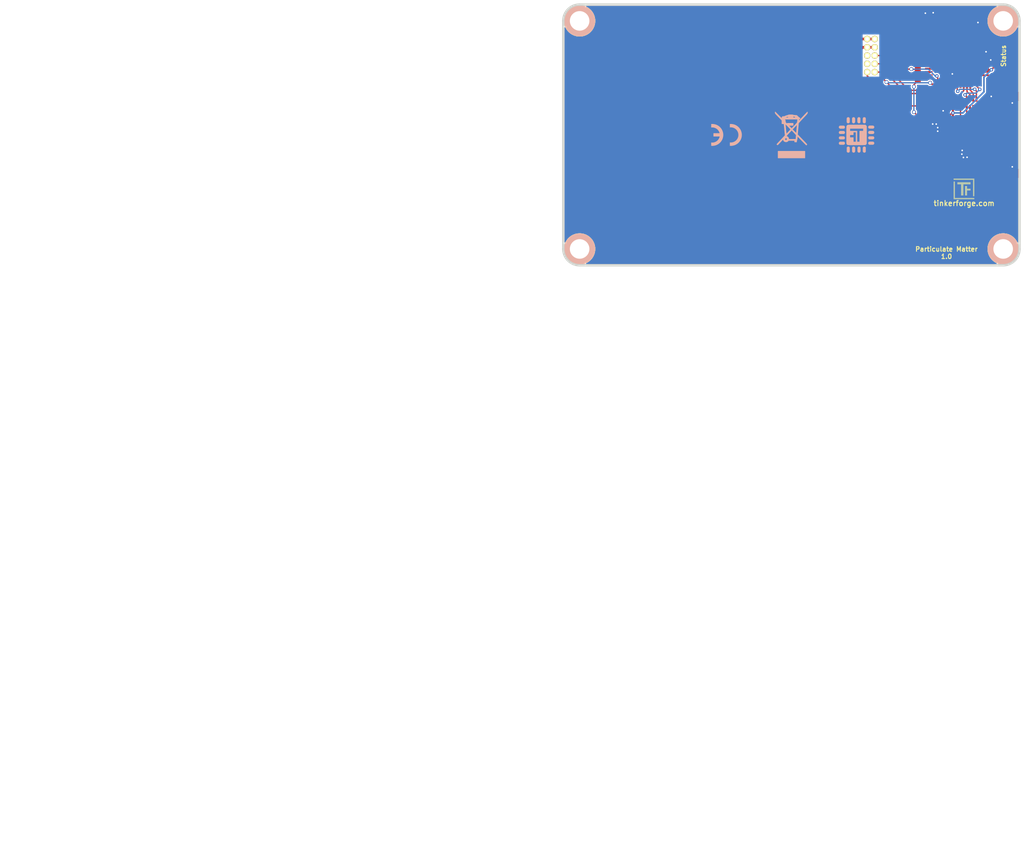
<source format=kicad_pcb>
(kicad_pcb (version 20221018) (generator pcbnew)
  (title_block (title "Particulate Matter Bricklet") (date "2018-01-09") (rev "1.0") (company "Tinkerforge GmbH") (comment 1 "Licensed under CERN OHL v.1.1") (comment 2 "Copyright (©) 2018, L.Lauer <lukas@tinkerforge.com>"))
  (layers (0 "F.Cu" signal) (31 "B.Cu" signal) (34 "B.Paste" user) (35 "F.Paste" user) (36 "B.SilkS" user "B.Silkscreen") (37 "F.SilkS" user "F.Silkscreen") (38 "B.Mask" user) (39 "F.Mask" user) (44 "Edge.Cuts" user))
  (net 0 "")
  (net 1 "GND")
  (net 2 "VCC")
  (net 3 "Net-(C7-Pad1)")
  (net 4 "Net-(C8-Pad1)")
  (net 5 "Net-(C9-Pad1)")
  (net 6 "+5V")
  (net 7 "Net-(D3-Pad2)")
  (net 8 "Net-(P1-Pad4)")
  (net 9 "Net-(P1-Pad5)")
  (net 10 "Net-(P1-Pad6)")
  (net 11 "Net-(P2-Pad2)")
  (net 12 "Net-(R1-Pad1)")
  (net 13 "PMS_SET")
  (net 14 "PMS_RESET")
  (net 15 "S-MISO")
  (net 16 "S-MOSI")
  (net 17 "S-CLK")
  (net 18 "S-CS")
  (net 19 "Net-(U1-Pad3)")
  (net 20 "Net-(U1-Pad4)")
  (net 21 "Net-(U1-Pad5)")
  (net 22 "Net-(U1-Pad6)")
  (net 23 "Net-(U1-Pad7)")
  (net 24 "Net-(U1-Pad8)")
  (net 25 "Net-(U1-Pad9)")
  (net 26 "Net-(U1-Pad10)")
  (net 27 "Net-(U1-Pad11)")
  (net 28 "Net-(U1-Pad12)")
  (net 29 "PMS_TX")
  (net 30 "PMS_RX")
  (net 31 "Net-(U1-Pad21)")
  (net 32 "Net-(U1-Pad28)")
  (net 33 "Net-(U1-Pad29)")
  (net 34 "Net-(U1-Pad30)")
  (net 35 "Net-(U1-Pad31)")
  (net 36 "Net-(U1-Pad32)")
  (net 37 "Net-(U1-Pad33)")
  (net 38 "Net-(U1-Pad34)")
  (net 39 "Net-(U1-Pad35)")
  (net 40 "Net-(U1-Pad36)")
  (net 41 "Net-(U1-Pad39)")
  (net 42 "Net-(U1-Pad40)")
  (net 43 "Net-(U1-Pad43)")
  (net 44 "Net-(U1-Pad44)")
  (net 45 "Net-(U1-Pad45)")
  (net 46 "Net-(U1-Pad46)")
  (net 47 "Net-(U1-Pad47)")
  (net 48 "Net-(U6-Pad6)")
  (net 49 "Net-(U6-Pad8)")
  (net 50 "Net-(U1-Pad48)")
  (net 51 "Net-(P3-Pad1)")
  (net 52 "Net-(RP2-Pad1)")
  (net 53 "Net-(RP2-Pad4)")
  (net 54 "Net-(RP2-Pad5)")
  (net 55 "Net-(RP2-Pad8)")
  (net 56 "Net-(U1-Pad2)")
  (net 57 "Net-(RP2-Pad6)")
  (net 58 "Net-(RP2-Pad7)")
  (footprint "kicad-libraries:SolderJumper" (layer "F.Cu") (at 155.37 66.54 -90)
    (fp_text reference "P2")
    (fp_text value "BOOT")
    (pad "1" smd rect (at -0.5 0 270) (size 0.4 1.4) (layers "F.Cu" "F.Mask") (net 1 "GND"))
    (pad "1" smd rect (at -0.225 -0.55 270) (size 0.95 0.3) (layers "F.Cu" "F.Mask") (net 1 "GND"))
    (pad "1" smd rect (at -0.225 0.55 270) (size 0.95 0.3) (layers "F.Cu" "F.Mask") (net 1 "GND"))
    (pad "2" smd rect (at 0.15 0 270) (size 0.6 0.5) (layers "F.Cu" "F.Mask") (net 11 "Net-(P2-Pad2)"))
    (pad "2" smd rect (at 0.55 0 270) (size 0.3 1.4) (layers "F.Cu" "F.Mask") (net 11 "Net-(P2-Pad2)"))
  )
  (footprint "kicad-libraries:QFN48-EP2" (layer "F.Cu") (at 160.5 73.6 -90)
    (fp_text reference "U1")
    (fp_text value "XMC1404")
    (pad "1" smd rect (at -2.74828 3.61188 90) (size 0.29972 1.14808) (layers "F.Cu" "F.Paste" "F.Mask") (net 11 "Net-(P2-Pad2)"))
    (pad "2" smd rect (at -2.2479 3.61188 90) (size 0.29972 1.14808) (layers "F.Cu" "F.Paste" "F.Mask") (net 56 "Net-(U1-Pad2)"))
    (pad "3" smd rect (at -1.74752 3.61188 90) (size 0.29972 1.14808) (layers "F.Cu" "F.Paste" "F.Mask") (net 19 "Net-(U1-Pad3)"))
    (pad "4" smd rect (at -1.24968 3.61188 90) (size 0.29972 1.14808) (layers "F.Cu" "F.Paste" "F.Mask") (net 20 "Net-(U1-Pad4)"))
    (pad "5" smd rect (at -0.7493 3.61188 90) (size 0.29972 1.14808) (layers "F.Cu" "F.Paste" "F.Mask") (net 21 "Net-(U1-Pad5)"))
    (pad "6" smd rect (at -0.24892 3.61188 90) (size 0.29972 1.14808) (layers "F.Cu" "F.Paste" "F.Mask") (net 22 "Net-(U1-Pad6)"))
    (pad "7" smd rect (at 0.24892 3.61188 90) (size 0.29972 1.14808) (layers "F.Cu" "F.Paste" "F.Mask") (net 23 "Net-(U1-Pad7)"))
    (pad "8" smd rect (at 0.7493 3.61188 90) (size 0.29972 1.14808) (layers "F.Cu" "F.Paste" "F.Mask") (net 24 "Net-(U1-Pad8)"))
    (pad "9" smd rect (at 1.24968 3.61188 90) (size 0.29972 1.14808) (layers "F.Cu" "F.Paste" "F.Mask") (net 25 "Net-(U1-Pad9)"))
    (pad "10" smd rect (at 1.74752 3.61188 90) (size 0.29972 1.14808) (layers "F.Cu" "F.Paste" "F.Mask") (net 26 "Net-(U1-Pad10)"))
    (pad "11" smd rect (at 2.2479 3.61188 90) (size 0.29972 1.14808) (layers "F.Cu" "F.Paste" "F.Mask") (net 27 "Net-(U1-Pad11)"))
    (pad "12" smd rect (at 2.74828 3.61188 90) (size 0.29972 1.14808) (layers "F.Cu" "F.Paste" "F.Mask") (net 28 "Net-(U1-Pad12)"))
    (pad "13" smd rect (at 3.61188 2.74828 180) (size 0.29972 1.14808) (layers "F.Cu" "F.Paste" "F.Mask") (net 13 "PMS_SET"))
    (pad "14" smd rect (at 3.61188 2.2479 180) (size 0.29972 1.14808) (layers "F.Cu" "F.Paste" "F.Mask") (net 14 "PMS_RESET"))
    (pad "15" smd rect (at 3.61188 1.74752 180) (size 0.29972 1.14808) (layers "F.Cu" "F.Paste" "F.Mask") (net 29 "PMS_TX"))
    (pad "16" smd rect (at 3.61188 1.24968 180) (size 0.29972 1.14808) (layers "F.Cu" "F.Paste" "F.Mask") (net 30 "PMS_RX"))
    (pad "17" smd rect (at 3.61188 0.7493 180) (size 0.29972 1.14808) (layers "F.Cu" "F.Paste" "F.Mask") (net 1 "GND"))
    (pad "18" smd rect (at 3.61188 0.24892 180) (size 0.29972 1.14808) (layers "F.Cu" "F.Paste" "F.Mask") (net 2 "VCC"))
    (pad "19" smd rect (at 3.61188 -0.24892 180) (size 0.29972 1.14808) (layers "F.Cu" "F.Paste" "F.Mask") (net 2 "VCC"))
    (pad "20" smd rect (at 3.61188 -0.7493 180) (size 0.29972 1.14808) (layers "F.Cu" "F.Paste" "F.Mask") (net 15 "S-MISO"))
    (pad "21" smd rect (at 3.61188 -1.24968 180) (size 0.29972 1.14808) (layers "F.Cu" "F.Paste" "F.Mask") (net 31 "Net-(U1-Pad21)"))
    (pad "22" smd rect (at 3.61188 -1.74752 180) (size 0.29972 1.14808) (layers "F.Cu" "F.Paste" "F.Mask") (net 51 "Net-(P3-Pad1)"))
    (pad "23" smd rect (at 3.61188 -2.2479 180) (size 0.29972 1.14808) (layers "F.Cu" "F.Paste" "F.Mask") (net 17 "S-CLK"))
    (pad "24" smd rect (at 3.61188 -2.74828 180) (size 0.29972 1.14808) (layers "F.Cu" "F.Paste" "F.Mask") (net 16 "S-MOSI"))
    (pad "25" smd rect (at 2.74828 -3.61188 270) (size 0.29972 1.14808) (layers "F.Cu" "F.Paste" "F.Mask") (net 18 "S-CS"))
    (pad "26" smd rect (at 2.2479 -3.61188 270) (size 0.29972 1.14808) (layers "F.Cu" "F.Paste" "F.Mask") (net 12 "Net-(R1-Pad1)"))
    (pad "27" smd rect (at 1.74752 -3.61188 270) (size 0.29972 1.14808) (layers "F.Cu" "F.Paste" "F.Mask") (net 2 "VCC"))
    (pad "28" smd rect (at 1.24968 -3.61188 270) (size 0.29972 1.14808) (layers "F.Cu" "F.Paste" "F.Mask") (net 32 "Net-(U1-Pad28)"))
    (pad "29" smd rect (at 0.7493 -3.61188 270) (size 0.29972 1.14808) (layers "F.Cu" "F.Paste" "F.Mask") (net 33 "Net-(U1-Pad29)"))
    (pad "30" smd rect (at 0.24892 -3.61188 270) (size 0.29972 1.14808) (layers "F.Cu" "F.Paste" "F.Mask") (net 34 "Net-(U1-Pad30)"))
    (pad "31" smd rect (at -0.24892 -3.61188 270) (size 0.29972 1.14808) (layers "F.Cu" "F.Paste" "F.Mask") (net 35 "Net-(U1-Pad31)"))
    (pad "32" smd rect (at -0.7493 -3.61188 270) (size 0.29972 1.14808) (layers "F.Cu" "F.Paste" "F.Mask") (net 36 "Net-(U1-Pad32)"))
    (pad "33" smd rect (at -1.24968 -3.61188 270) (size 0.29972 1.14808) (layers "F.Cu" "F.Paste" "F.Mask") (net 37 "Net-(U1-Pad33)"))
    (pad "34" smd rect (at -1.74752 -3.61188 270) (size 0.29972 1.14808) (layers "F.Cu" "F.Paste" "F.Mask") (net 38 "Net-(U1-Pad34)"))
    (pad "35" smd rect (at -2.2479 -3.61188 270) (size 0.29972 1.14808) (layers "F.Cu" "F.Paste" "F.Mask") (net 39 "Net-(U1-Pad35)"))
    (pad "36" smd rect (at -2.74828 -3.61188 270) (size 0.29972 1.14808) (layers "F.Cu" "F.Paste" "F.Mask") (net 40 "Net-(U1-Pad36)"))
    (pad "37" smd rect (at -3.60934 -2.74828) (size 0.29972 1.15062) (layers "F.Cu" "F.Paste" "F.Mask") (net 1 "GND"))
    (pad "38" smd rect (at -3.61188 -2.2479) (size 0.29972 1.14808) (layers "F.Cu" "F.Paste" "F.Mask") (net 2 "VCC"))
    (pad "39" smd rect (at -3.61188 -1.74752) (size 0.29972 1.14808) (layers "F.Cu" "F.Paste" "F.Mask") (net 41 "Net-(U1-Pad39)"))
    (pad "40" smd rect (at -3.61188 -1.24968) (size 0.29972 1.14808) (layers "F.Cu" "F.Paste" "F.Mask") (net 42 "Net-(U1-Pad40)"))
    (pad "41" smd rect (at -3.61188 -0.7493) (size 0.29972 1.14808) (layers "F.Cu" "F.Paste" "F.Mask") (net 4 "Net-(C8-Pad1)"))
    (pad "42" smd rect (at -3.61188 -0.24892) (size 0.29972 1.14808) (layers "F.Cu" "F.Paste" "F.Mask") (net 5 "Net-(C9-Pad1)"))
    (pad "43" smd rect (at -3.61188 0.24892) (size 0.29972 1.14808) (layers "F.Cu" "F.Paste" "F.Mask") (net 43 "Net-(U1-Pad43)"))
    (pad "44" smd rect (at -3.61188 0.7493) (size 0.29972 1.14808) (layers "F.Cu" "F.Paste" "F.Mask") (net 44 "Net-(U1-Pad44)"))
    (pad "45" smd rect (at -3.61188 1.24968) (size 0.29972 1.14808) (layers "F.Cu" "F.Paste" "F.Mask") (net 45 "Net-(U1-Pad45)"))
    (pad "46" smd rect (at -3.61188 1.74752) (size 0.29972 1.14808) (layers "F.Cu" "F.Paste" "F.Mask") (net 46 "Net-(U1-Pad46)"))
    (pad "47" smd rect (at -3.61188 2.2479) (size 0.29972 1.14808) (layers "F.Cu" "F.Paste" "F.Mask") (net 47 "Net-(U1-Pad47)"))
    (pad "48" smd rect (at -3.61188 2.74828) (size 0.29972 1.14808) (layers "F.Cu" "F.Paste" "F.Mask") (net 50 "Net-(U1-Pad48)"))
    (pad "EP" smd rect (at 0 0 270) (size 3.5 3.5) (layers "F.Cu" "F.Paste" "F.Mask") (net 1 "GND"))
  )
  (footprint "kicad-libraries:CRYSTAL_3225" (layer "F.Cu") (at 161 66.9)
    (fp_text reference "X1")
    (fp_text value "16MHz")
    (pad "1" smd rect (at -1.09982 0.8001) (size 1.39954 1.15062) (layers "F.Cu" "F.Paste" "F.Mask") (net 5 "Net-(C9-Pad1)"))
    (pad "2" smd rect (at 1.09982 -0.8001) (size 1.39954 1.15062) (layers "F.Cu" "F.Paste" "F.Mask") (net 4 "Net-(C8-Pad1)"))
    (pad "3" smd rect (at -1.09982 -0.8001) (size 1.39954 1.15062) (layers "F.Cu" "F.Paste" "F.Mask") (net 1 "GND"))
    (pad "3" smd rect (at 1.09982 0.8001) (size 1.39954 1.15062) (layers "F.Cu" "F.Paste" "F.Mask") (net 1 "GND"))
  )
  (footprint "kicad-libraries:C0805" (layer "F.Cu") (at 157.35 85.11 -90)
    (fp_text reference "C11")
    (fp_text value "10uF")
    (pad "1" smd rect (at -1.00076 0 270) (size 1.00076 1.24968) (layers "F.Cu" "F.Paste" "F.Mask") (net 1 "GND") (clearance 0.14986))
    (pad "2" smd rect (at 1.00076 0 270) (size 1.00076 1.24968) (layers "F.Cu" "F.Paste" "F.Mask") (net 6 "+5V") (clearance 0.14986))
  )
  (footprint "kicad-libraries:Fiducial_Mark" (layer "F.Cu") (at 163.8 101)
    (fp_text reference "Fiducial_Mark" hide)
    (fp_text value "VAL**" hide)
    (pad "1" smd circle (at 0 0) (size 1.00076 1.00076) (layers "F.Cu" "F.Paste" "F.Mask") (clearance 0.65024))
  )
  (footprint "kicad-libraries:Fiducial_Mark" (layer "F.Cu") (at 108.8 101.5)
    (fp_text reference "Fiducial_Mark" hide)
    (fp_text value "VAL**" hide)
    (pad "1" smd circle (at 0 0) (size 1.00076 1.00076) (layers "F.Cu" "F.Paste" "F.Mask") (clearance 0.65024))
  )
  (footprint "kicad-libraries:Fiducial_Mark" (layer "F.Cu") (at 108.8 68.5)
    (fp_text reference "Fiducial_Mark" hide)
    (fp_text value "VAL**" hide)
    (pad "1" smd circle (at 0 0) (size 1.00076 1.00076) (layers "F.Cu" "F.Paste" "F.Mask") (clearance 0.65024))
  )
  (footprint "kicad-libraries:Fiducial_Mark" (layer "F.Cu") (at 143.8 68)
    (fp_text reference "Fiducial_Mark" hide)
    (fp_text value "VAL**" hide)
    (pad "1" smd circle (at 0 0) (size 1.00076 1.00076) (layers "F.Cu" "F.Paste" "F.Mask") (clearance 0.65024))
  )
  (footprint "kicad-libraries:C0603F" (layer "F.Cu") (at 162.76 86.95 90)
    (fp_text reference "C2")
    (fp_text value "1uF")
    (pad "1" smd rect (at -0.75 0 90) (size 0.9 0.9) (layers "F.Cu" "F.Paste" "F.Mask") (net 1 "GND"))
    (pad "2" smd rect (at 0.75 0 90) (size 0.9 0.9) (layers "F.Cu" "F.Paste" "F.Mask") (net 2 "VCC"))
  )
  (footprint "kicad-libraries:C0603F" (layer "F.Cu") (at 165.66 74.25 90)
    (fp_text reference "C3")
    (fp_text value "100nF")
    (pad "1" smd rect (at -0.75 0 90) (size 0.9 0.9) (layers "F.Cu" "F.Paste" "F.Mask") (net 2 "VCC"))
    (pad "2" smd rect (at 0.75 0 90) (size 0.9 0.9) (layers "F.Cu" "F.Paste" "F.Mask") (net 1 "GND"))
  )
  (footprint "kicad-libraries:C0603F" (layer "F.Cu") (at 166.42 71.51 180)
    (fp_text reference "C4")
    (fp_text value "100nF")
    (pad "1" smd rect (at -0.75 0 180) (size 0.9 0.9) (layers "F.Cu" "F.Paste" "F.Mask") (net 2 "VCC"))
    (pad "2" smd rect (at 0.75 0 180) (size 0.9 0.9) (layers "F.Cu" "F.Paste" "F.Mask") (net 1 "GND"))
  )
  (footprint "kicad-libraries:C0603F" (layer "F.Cu") (at 159.84 80.56 180)
    (fp_text reference "C5")
    (fp_text value "100nF")
    (pad "1" smd rect (at -0.75 0 180) (size 0.9 0.9) (layers "F.Cu" "F.Paste" "F.Mask") (net 2 "VCC"))
    (pad "2" smd rect (at 0.75 0 180) (size 0.9 0.9) (layers "F.Cu" "F.Paste" "F.Mask") (net 1 "GND"))
  )
  (footprint "kicad-libraries:C0603F" (layer "F.Cu") (at 159.84 79.22 180)
    (fp_text reference "C6")
    (fp_text value "220nF")
    (pad "1" smd rect (at -0.75 0 180) (size 0.9 0.9) (layers "F.Cu" "F.Paste" "F.Mask") (net 2 "VCC"))
    (pad "2" smd rect (at 0.75 0 180) (size 0.9 0.9) (layers "F.Cu" "F.Paste" "F.Mask") (net 1 "GND"))
  )
  (footprint "kicad-libraries:C0603F" (layer "F.Cu") (at 163.7 67 -90)
    (fp_text reference "C8")
    (fp_text value "10pF")
    (pad "1" smd rect (at -0.75 0 270) (size 0.9 0.9) (layers "F.Cu" "F.Paste" "F.Mask") (net 4 "Net-(C8-Pad1)"))
    (pad "2" smd rect (at 0.75 0 270) (size 0.9 0.9) (layers "F.Cu" "F.Paste" "F.Mask") (net 1 "GND"))
  )
  (footprint "kicad-libraries:C0603F" (layer "F.Cu") (at 158.3 67 90)
    (fp_text reference "C9")
    (fp_text value "10pF")
    (pad "1" smd rect (at -0.75 0 90) (size 0.9 0.9) (layers "F.Cu" "F.Paste" "F.Mask") (net 5 "Net-(C9-Pad1)"))
    (pad "2" smd rect (at 0.75 0 90) (size 0.9 0.9) (layers "F.Cu" "F.Paste" "F.Mask") (net 1 "GND"))
  )
  (footprint "kicad-libraries:D0603E" (layer "F.Cu") (at 169.64 72.92 -90)
    (fp_text reference "D3")
    (fp_text value "blue")
    (pad "1" smd rect (at -0.8501 0 270) (size 1.1 1) (layers "F.Cu" "F.Paste" "F.Mask") (net 2 "VCC"))
    (pad "2" smd rect (at 0.8501 0 270) (size 1.1 1) (layers "F.Cu" "F.Paste" "F.Mask") (net 7 "Net-(D3-Pad2)"))
  )
  (footprint "kicad-libraries:CON-SENSOR2" (layer "F.Cu") (at 170.9 85 90)
    (fp_text reference "P1")
    (fp_text value "CON-SENSOR2")
    (pad "1" smd rect (at -3.75 -4.6 90) (size 0.6 1.8) (layers "F.Cu" "F.Paste" "F.Mask") (net 6 "+5V"))
    (pad "2" smd rect (at -2.5 -4.6 90) (size 0.6 1.8) (layers "F.Cu" "F.Paste" "F.Mask") (net 1 "GND"))
    (pad "3" smd rect (at -1.25 -4.6 90) (size 0.6 1.8) (layers "F.Cu" "F.Paste" "F.Mask") (net 2 "VCC"))
    (pad "4" smd rect (at 0 -4.6 90) (size 0.6 1.8) (layers "F.Cu" "F.Paste" "F.Mask") (net 8 "Net-(P1-Pad4)"))
    (pad "5" smd rect (at 1.25 -4.6 90) (size 0.6 1.8) (layers "F.Cu" "F.Paste" "F.Mask") (net 9 "Net-(P1-Pad5)"))
    (pad "6" smd rect (at 2.5 -4.6 90) (size 0.6 1.8) (layers "F.Cu" "F.Paste" "F.Mask") (net 10 "Net-(P1-Pad6)"))
    (pad "7" smd rect (at 3.75 -4.6 90) (size 0.6 1.8) (layers "F.Cu" "F.Paste" "F.Mask") (net 3 "Net-(C7-Pad1)"))
    (pad "EP" smd rect (at -5.9 -1.2 90) (size 1.4 2.4) (layers "F.Cu" "F.Paste" "F.Mask") (net 1 "GND"))
    (pad "EP" smd rect (at 5.9 -1.2 90) (size 1.4 2.4) (layers "F.Cu" "F.Paste" "F.Mask") (net 1 "GND"))
  )
  (footprint "kicad-libraries:DRILL_NP" (layer "F.Cu") (at 103.3 102.5)
    (fp_text reference "U2" hide)
    (fp_text value "DRILL" hide)
    (pad "" np_thru_hole circle (at 0 0) (size 2.99974 2.99974) (drill 2.99974) (layers "*.Cu" "*.Mask" "F.SilkS") (clearance 0.89916))
  )
  (footprint "kicad-libraries:DRILL_NP" (layer "F.Cu") (at 103.3 67.5)
    (fp_text reference "U3" hide)
    (fp_text value "DRILL" hide)
    (pad "" np_thru_hole circle (at 0 0) (size 2.99974 2.99974) (drill 2.99974) (layers "*.Cu" "*.Mask" "F.SilkS") (clearance 0.89916))
  )
  (footprint "kicad-libraries:DRILL_NP" (layer "F.Cu") (at 168.3 67.5)
    (fp_text reference "U4" hide)
    (fp_text value "DRILL" hide)
    (pad "" np_thru_hole circle (at 0 0) (size 2.99974 2.99974) (drill 2.99974) (layers "*.Cu" "*.Mask" "F.SilkS") (clearance 0.89916))
  )
  (footprint "kicad-libraries:DRILL_NP" (layer "F.Cu") (at 168.3 102.5)
    (fp_text reference "U5" hide)
    (fp_text value "DRILL" hide)
    (pad "" np_thru_hole circle (at 0 0) (size 2.99974 2.99974) (drill 2.99974) (layers "*.Cu" "*.Mask" "F.SilkS") (clearance 0.89916))
  )
  (footprint "kicad-libraries:PMS7003" (layer "F.Cu") (at 130.31 83.32)
    (fp_text reference "U6")
    (fp_text value "PMS7003")
    (pad "1" thru_hole circle (at 18.28 -13.04) (size 1 1) (drill 0.6) (layers "*.Cu" "*.Mask" "F.SilkS") (net 6 "+5V"))
    (pad "2" thru_hole circle (at 17.12 -13.04) (size 1 1) (drill 0.6) (layers "*.Cu" "*.Mask" "F.SilkS") (net 6 "+5V"))
    (pad "3" thru_hole circle (at 18.28 -11.77) (size 1 1) (drill 0.6) (layers "*.Cu" "*.Mask" "F.SilkS") (net 1 "GND"))
    (pad "4" thru_hole circle (at 17.12 -11.77) (size 1 1) (drill 0.6) (layers "*.Cu" "*.Mask" "F.SilkS") (net 1 "GND"))
    (pad "5" thru_hole circle (at 18.28 -10.5) (size 1 1) (drill 0.6) (layers "*.Cu" "*.Mask" "F.SilkS") (net 14 "PMS_RESET"))
    (pad "6" thru_hole circle (at 17.12 -10.5) (size 1 1) (drill 0.6) (layers "*.Cu" "*.Mask" "F.SilkS") (net 48 "Net-(U6-Pad6)"))
    (pad "7" thru_hole circle (at 18.28 -9.23) (size 1 1) (drill 0.6) (layers "*.Cu" "*.Mask" "F.SilkS") (net 57 "Net-(RP2-Pad6)"))
    (pad "8" thru_hole circle (at 17.12 -9.23) (size 1 1) (drill 0.6) (layers "*.Cu" "*.Mask" "F.SilkS") (net 49 "Net-(U6-Pad8)"))
    (pad "9" thru_hole circle (at 18.28 -7.96) (size 1 1) (drill 0.6) (layers "*.Cu" "*.Mask" "F.SilkS") (net 58 "Net-(RP2-Pad7)"))
    (pad "10" thru_hole circle (at 17.12 -7.96) (size 1 1) (drill 0.6) (layers "*.Cu" "*.Mask" "F.SilkS") (net 13 "PMS_SET"))
  )
  (footprint "kicad-libraries:C0402F" (layer "F.Cu") (at 165.8 79.6 90)
    (fp_text reference "C7")
    (fp_text value "220pF")
    (pad "1" smd rect (at -0.5 0 90) (size 0.6 0.7) (layers "F.Cu" "F.Paste" "F.Mask") (net 3 "Net-(C7-Pad1)"))
    (pad "2" smd rect (at 0.5 0 90) (size 0.6 0.7) (layers "F.Cu" "F.Paste" "F.Mask") (net 1 "GND"))
  )
  (footprint "kicad-libraries:C0603F" (layer "F.Cu") (at 155.8 85.11 90)
    (fp_text reference "C10")
    (fp_text value "100n")
    (pad "1" smd rect (at -0.75 0 90) (size 0.9 0.9) (layers "F.Cu" "F.Paste" "F.Mask") (net 6 "+5V"))
    (pad "2" smd rect (at 0.75 0 90) (size 0.9 0.9) (layers "F.Cu" "F.Paste" "F.Mask") (net 1 "GND"))
  )
  (footprint "kicad-libraries:R0603F" (layer "F.Cu") (at 168.84 75.85)
    (fp_text reference "R1")
    (fp_text value "1k")
    (pad "1" smd rect (at -0.75 0) (size 0.9 0.9) (layers "F.Cu" "F.Paste" "F.Mask") (net 12 "Net-(R1-Pad1)"))
    (pad "2" smd rect (at 0.75 0) (size 0.9 0.9) (layers "F.Cu" "F.Paste" "F.Mask") (net 7 "Net-(D3-Pad2)"))
  )
  (footprint "kicad-libraries:R0603F" (layer "F.Cu") (at 155.8 81.3 90)
    (fp_text reference "R2")
    (fp_text value "10k")
    (pad "1" smd rect (at -0.75 0 90) (size 0.9 0.9) (layers "F.Cu" "F.Paste" "F.Mask") (net 2 "VCC"))
    (pad "2" smd rect (at 0.75 0 90) (size 0.9 0.9) (layers "F.Cu" "F.Paste" "F.Mask") (net 13 "PMS_SET"))
  )
  (footprint "kicad-libraries:R0603F" (layer "F.Cu") (at 155.2 75.7 90)
    (fp_text reference "R3")
    (fp_text value "10k")
    (pad "1" smd rect (at -0.75 0 90) (size 0.9 0.9) (layers "F.Cu" "F.Paste" "F.Mask") (net 2 "VCC"))
    (pad "2" smd rect (at 0.75 0 90) (size 0.9 0.9) (layers "F.Cu" "F.Paste" "F.Mask") (net 14 "PMS_RESET"))
  )
  (footprint "kicad-libraries:C0805" (layer "F.Cu") (at 164.27 87.01 90)
    (fp_text reference "C1")
    (fp_text value "10uF")
    (pad "1" smd rect (at -1.00076 0 90) (size 1.00076 1.24968) (layers "F.Cu" "F.Paste" "F.Mask") (net 1 "GND") (clearance 0.14986))
    (pad "2" smd rect (at 1.00076 0 90) (size 1.00076 1.24968) (layers "F.Cu" "F.Paste" "F.Mask") (net 2 "VCC") (clearance 0.14986))
  )
  (footprint "kicad-libraries:Logo_31x31" (layer "F.Cu") (at 160.7 91.7)
    (fp_text reference "G***" hide)
    (fp_text value "Logo_31x31" hide)
  )
  (footprint "kicad-libraries:DEBUG_PAD" (layer "F.Cu") (at 162.19 83.87)
    (fp_text reference "P3")
    (fp_text value "DEBUG")
    (pad "1" smd circle (at 0 0) (size 0.7 0.7) (layers "F.Cu" "F.Paste" "F.Mask") (net 51 "Net-(P3-Pad1)"))
  )
  (footprint "kicad-libraries:4X0402" (layer "F.Cu") (at 163.45 80.15)
    (fp_text reference "RP1")
    (fp_text value "82")
    (pad "1" smd rect (at -0.7493 0.575 180) (size 0.29972 0.65) (layers "F.Cu" "F.Paste" "F.Mask") (net 8 "Net-(P1-Pad4)"))
    (pad "2" smd rect (at -0.24892 0.575 180) (size 0.29972 0.65) (layers "F.Cu" "F.Paste" "F.Mask") (net 9 "Net-(P1-Pad5)"))
    (pad "3" smd rect (at 0.24892 0.575 180) (size 0.29972 0.65) (layers "F.Cu" "F.Paste" "F.Mask") (net 10 "Net-(P1-Pad6)"))
    (pad "4" smd rect (at 0.7493 0.575 180) (size 0.29972 0.65) (layers "F.Cu" "F.Paste" "F.Mask") (net 3 "Net-(C7-Pad1)"))
    (pad "5" smd rect (at 0.7493 -0.575) (size 0.29972 0.65) (layers "F.Cu" "F.Paste" "F.Mask") (net 15 "S-MISO"))
    (pad "6" smd rect (at 0.24892 -0.575) (size 0.29972 0.65) (layers "F.Cu" "F.Paste" "F.Mask") (net 16 "S-MOSI"))
    (pad "7" smd rect (at -0.24892 -0.575) (size 0.29972 0.65) (layers "F.Cu" "F.Paste" "F.Mask") (net 17 "S-CLK"))
    (pad "8" smd rect (at -0.7493 -0.575) (size 0.29972 0.65) (layers "F.Cu" "F.Paste" "F.Mask") (net 18 "S-CS"))
  )
  (footprint "kicad-libraries:4X0402" (layer "F.Cu") (at 156.3 78.4 90)
    (fp_text reference "RP2")
    (fp_text value "100")
    (pad "1" smd rect (at -0.7493 0.575 270) (size 0.29972 0.65) (layers "F.Cu" "F.Paste" "F.Mask") (net 52 "Net-(RP2-Pad1)"))
    (pad "2" smd rect (at -0.24892 0.575 270) (size 0.29972 0.65) (layers "F.Cu" "F.Paste" "F.Mask") (net 30 "PMS_RX"))
    (pad "3" smd rect (at 0.24892 0.575 270) (size 0.29972 0.65) (layers "F.Cu" "F.Paste" "F.Mask") (net 29 "PMS_TX"))
    (pad "4" smd rect (at 0.7493 0.575 270) (size 0.29972 0.65) (layers "F.Cu" "F.Paste" "F.Mask") (net 53 "Net-(RP2-Pad4)"))
    (pad "5" smd rect (at 0.7493 -0.575 90) (size 0.29972 0.65) (layers "F.Cu" "F.Paste" "F.Mask") (net 54 "Net-(RP2-Pad5)"))
    (pad "6" smd rect (at 0.24892 -0.575 90) (size 0.29972 0.65) (layers "F.Cu" "F.Paste" "F.Mask") (net 57 "Net-(RP2-Pad6)"))
    (pad "7" smd rect (at -0.24892 -0.575 90) (size 0.29972 0.65) (layers "F.Cu" "F.Paste" "F.Mask") (net 58 "Net-(RP2-Pad7)"))
    (pad "8" smd rect (at -0.7493 -0.575 90) (size 0.29972 0.65) (layers "F.Cu" "F.Paste" "F.Mask") (net 55 "Net-(RP2-Pad8)"))
  )
  (footprint "kicad-libraries:Logo_CoMCU" (layer "B.Cu") (at 145.8 85 180)
    (fp_text reference "G***" hide)
    (fp_text value "LOGO" hide)
  )
  (footprint "kicad-libraries:CE_5mm" (layer "B.Cu") (at 125.8 85 180)
    (fp_text reference "VAL" hide)
    (fp_text value "CE_5mm" hide)
  )
  (footprint "kicad-libraries:WEEE_7mm" (layer "B.Cu") (at 135.8 85 180)
    (fp_text reference "VAL" hide)
    (fp_text value "WEEE_7mm" hide)
  )
  (gr_line (start 100.8 67.5) (end 100.8 102.5) (stroke (width 0.381)) (layer "Edge.Cuts"))
  (gr_line (start 168.3 65) (end 103.3 65) (stroke (width 0.381)) (layer "Edge.Cuts"))
  (gr_arc (start 103.3 105) (mid 101.532233 104.267767) (end 100.8 102.5) (stroke (width 0.381)) (layer "Edge.Cuts"))
  (gr_arc (start 168.3 65) (mid 170.067767 65.732233) (end 170.8 67.5) (stroke (width 0.381)) (layer "Edge.Cuts"))
  (gr_line (start 170.8 102.5) (end 170.8 67.5) (stroke (width 0.381)) (layer "Edge.Cuts"))
  (gr_line (start 103.3 105) (end 168.3 105) (stroke (width 0.381)) (layer "Edge.Cuts"))
  (gr_arc (start 100.8 67.5) (mid 101.532233 65.732233) (end 103.3 65) (stroke (width 0.381)) (layer "Edge.Cuts"))
  (gr_arc (start 170.8 102.5) (mid 170.067767 104.267767) (end 168.3 105) (stroke (width 0.381)) (layer "Edge.Cuts"))
  (gr_text "tinkerforge.com" (at 162.3 95.5) (layer "F.SilkS") (effects (font (size 0.8 0.8))))
  (gr_text "Status" (at 168.36 72.88 90) (layer "F.SilkS") (effects (font (size 0.7 0.7))))
  (gr_text "Particulate Matter\n1.0" (at 159.6 103.1) (layer "F.SilkS") (effects (font (size 0.7 0.7))))
  (segment (start 162.14972 67.75) (end 162.09982 67.7001) (width 0.55) (layer "F.Cu") (net 1))
  (segment (start 159.75008 66.25) (end 159.90018 66.0999) (width 0.55) (layer "F.Cu") (net 1))
  (segment (start 164.73924 88.01076) (end 165.25 87.5) (width 0.4) (layer "F.Cu") (net 1))
  (segment (start 165.25 87.5) (end 166.3 87.5) (width 0.4) (layer "F.Cu") (net 1))
  (segment (start 163.70076 88.01076) (end 163.39 87.7) (width 0.4) (layer "F.Cu") (net 1))
  (segment (start 163.39 87.7) (end 162.76 87.7) (width 0.4) (layer "F.Cu") (net 1))
  (segment (start 162.76 87.9) (end 162.2 88.46) (width 0.55) (layer "F.Cu") (net 1))
  (segment (start 162.21 87.7) (end 161.96 87.95) (width 0.55) (layer "F.Cu") (net 1))
  (segment (start 162.33 87.7) (end 162.01 87.38) (width 0.55) (layer "F.Cu") (net 1))
  (segment (start 159.7507 78.0393) (end 159.09 78.7) (width 0.2) (layer "F.Cu") (net 1))
  (segment (start 159.09 78.7) (end 159.09 79.22) (width 0.2) (layer "F.Cu") (net 1))
  (segment (start 156.355 66.315) (end 156.36 66.32) (width 0.2) (layer "F.Cu") (net 1))
  (segment (start 154.82 66.05) (end 154.84 66.07) (width 0.2) (layer "F.Cu") (net 1))
  (segment (start 154.84 66.07) (end 155.85 66.07) (width 0.2) (layer "F.Cu") (net 1))
  (segment (start 155.85 66.07) (end 155.91 66.13) (width 0.2) (layer "F.Cu") (net 1))
  (segment (start 155.91 66.13) (end 155.91 66.44) (width 0.2) (layer "F.Cu") (net 1))
  (segment (start 155.91 66.44) (end 155.92 66.315) (width 0.2) (layer "F.Cu") (net 1))
  (segment (start 164.96066 69.99066) (end 165.67 70.7) (width 0.25) (layer "F.Cu") (net 1))
  (segment (start 165.67 70.7) (end 165.67 71.51) (width 0.25) (layer "F.Cu") (net 1))
  (segment (start 166.46 79.1) (end 166.47 79.09) (width 0.55) (layer "F.Cu") (net 1))
  (segment (start 157.09924 84.36) (end 157.35 84.10924) (width 0.4) (layer "F.Cu") (net 1))
  (segment (start 158.02076 84.10924) (end 158.25 83.88) (width 0.55) (layer "F.Cu") (net 1))
  (segment (start 157.92924 84.10924) (end 158.25 84.43) (width 0.55) (layer "F.Cu") (net 1))
  (segment (start 157.35 84.02) (end 158.03 83.34) (width 0.55) (layer "F.Cu") (net 1))
  (segment (start 157.35 83.46) (end 157.48 83.33) (width 0.55) (layer "F.Cu") (net 1))
  (segment (start 158.02 83.33) (end 158.03 83.34) (width 0.55) (layer "F.Cu") (net 1))
  (segment (start 158.25 83.56) (end 158.03 83.34) (width 0.55) (layer "F.Cu") (net 1))
  (segment (start 146.75 71.55) (end 146.2 72.1) (width 0.4) (layer "F.Cu") (net 1))
  (segment (start 146.2 72.1) (end 146.2 76) (width 0.4) (layer "F.Cu") (net 1))
  (segment (start 146.2 76) (end 147.8 77.6) (width 0.4) (layer "F.Cu") (net 1))
  (segment (start 147.8 77.6) (end 148.6 77.6) (width 0.4) (layer "F.Cu") (net 1))
  (segment (start 148.6 77.6) (end 150.5 79.5) (width 0.4) (layer "F.Cu") (net 1))
  (segment (start 150.5 79.5) (end 150.5 80.1) (width 0.4) (layer "F.Cu") (net 1))
  (segment (start 150.5 80.1) (end 154.76 84.36) (width 0.4) (layer "F.Cu") (net 1))
  (segment (start 154.76 84.36) (end 155.8 84.36) (width 0.4) (layer "F.Cu") (net 1))
  (segment (start 162.76 87.7) (end 162.76 87.9) (width 0.55) (layer "F.Cu") (net 1))
  (segment (start 158.25 84.43) (end 158.25 83.88) (width 0.55) (layer "F.Cu") (net 1))
  (segment (start 148.59 71.55) (end 147.43 71.55) (width 0.4) (layer "F.Cu") (net 1))
  (segment (start 159.09 79.22) (end 159.09 80.56) (width 0.55) (layer "F.Cu") (net 1))
  (segment (start 165.66 73.5) (end 166.39 73.5) (width 0.55) (layer "F.Cu") (net 1))
  (segment (start 158.3 66.25) (end 159.75008 66.25) (width 0.55) (layer "F.Cu") (net 1))
  (segment (start 163.24828 69.99066) (end 164.96066 69.99066) (width 0.25) (layer "F.Cu") (net 1))
  (segment (start 158.25 83.88) (end 158.25 83.56) (width 0.55) (layer "F.Cu") (net 1))
  (segment (start 158.3 66.25) (end 157.56 66.25) (width 0.55) (layer "F.Cu") (net 1))
  (segment (start 159.7507 77.21188) (end 159.7507 78.0393) (width 0.2) (layer "F.Cu") (net 1))
  (segment (start 157.48 83.33) (end 158.02 83.33) (width 0.55) (layer "F.Cu") (net 1))
  (segment (start 147.43 71.55) (end 146.75 71.55) (width 0.4) (layer "F.Cu") (net 1))
  (segment (start 169.7 90.9) (end 169.7 89.9) (width 0.55) (layer "F.Cu") (net 1))
  (segment (start 155.92 66.315) (end 156.355 66.315) (width 0.2) (layer "F.Cu") (net 1))
  (segment (start 163.7 67.75) (end 162.14972 67.75) (width 0.55) (layer "F.Cu") (net 1))
  (segment (start 169.7 79.1) (end 169.7 80.1) (width 0.55) (layer "F.Cu") (net 1))
  (segment (start 165.67 71.51) (end 165.67 72.24) (width 0.55) (layer "F.Cu") (net 1))
  (segment (start 165.8 79.1) (end 166.46 79.1) (width 0.55) (layer "F.Cu") (net 1))
  (segment (start 155.8 84.36) (end 157.09924 84.36) (width 0.4) (layer "F.Cu") (net 1))
  (segment (start 163.7 67.75) (end 164.43 67.75) (width 0.55) (layer "F.Cu") (net 1))
  (segment (start 157.35 83.46) (end 157.35 84.10924) (width 0.55) (layer "F.Cu") (net 1))
  (segment (start 159.09 80.56) (end 159.09 81.3) (width 0.55) (layer "F.Cu") (net 1))
  (segment (start 164.27 88.01076) (end 164.73924 88.01076) (width 0.4) (layer "F.Cu") (net 1))
  (segment (start 162.76 87.7) (end 162.21 87.7) (width 0.55) (layer "F.Cu") (net 1))
  (segment (start 158.02076 84.10924) (end 157.35 84.10924) (width 0.55) (layer "F.Cu") (net 1))
  (segment (start 162.76 87.7) (end 162.76 88.43) (width 0.55) (layer "F.Cu") (net 1))
  (segment (start 164.27 88.01076) (end 163.70076 88.01076) (width 0.4) (layer "F.Cu") (net 1))
  (segment (start 162.76 87.7) (end 162.33 87.7) (width 0.55) (layer "F.Cu") (net 1))
  (segment (start 154.82 66.315) (end 154.82 66.05) (width 0.2) (layer "F.Cu") (net 1))
  (segment (start 160.5 73.6) (end 160.5 75.64) (width 0.55) (layer "F.Cu") (net 1))
  (via (at 166.47 79.09) (size 0.55) (drill 0.25) (layers "F.Cu" "B.Cu") (net 1))
  (via (at 158.25 84.43) (size 0.55) (drill 0.25) (layers "F.Cu" "B.Cu") (net 1))
  (via (at 162.01 87.38) (size 0.55) (drill 0.25) (layers "F.Cu" "B.Cu") (net 1))
  (via (at 162.2 88.46) (size 0.55) (drill 0.25) (layers "F.Cu" "B.Cu") (net 1))
  (via (at 158.25 83.88) (size 0.55) (drill 0.25) (layers "F.Cu" "B.Cu") (net 1))
  (via (at 158.03 83.34) (size 0.55) (drill 0.25) (layers "F.Cu" "B.Cu") (net 1))
  (via (at 166.39 73.5) (size 0.55) (drill 0.25) (layers "F.Cu" "B.Cu") (net 1))
  (via (at 157.48 83.33) (size 0.55) (drill 0.25) (layers "F.Cu" "B.Cu") (net 1))
  (via (at 156.36 66.32) (size 0.55) (drill 0.25) (layers "F.Cu" "B.Cu") (net 1))
  (via (at 160.5 75.64) (size 0.55) (drill 0.25) (layers "F.Cu" "B.Cu") (net 1))
  (via (at 169.7 89.9) (size 0.55) (drill 0.25) (layers "F.Cu" "B.Cu") (net 1))
  (via (at 162.76 88.43) (size 0.55) (drill 0.25) (layers "F.Cu" "B.Cu") (net 1))
  (via (at 157.56 66.25) (size 0.55) (drill 0.25) (layers "F.Cu" "B.Cu") (net 1))
  (via (at 165.67 72.24) (size 0.55) (drill 0.25) (layers "F.Cu" "B.Cu") (net 1))
  (via (at 161.96 87.95) (size 0.55) (drill 0.25) (layers "F.Cu" "B.Cu") (net 1))
  (via (at 169.7 80.1) (size 0.55) (drill 0.25) (layers "F.Cu" "B.Cu") (net 1))
  (via (at 159.09 81.3) (size 0.55) (drill 0.25) (layers "F.Cu" "B.Cu") (net 1))
  (via (at 164.43 67.75) (size 0.55) (drill 0.25) (layers "F.Cu" "B.Cu") (net 1))
  (segment (start 164.56076 86.25) (end 164.27 85.95924) (width 0.4) (layer "F.Cu") (net 2))
  (segment (start 163.72076 86.00924) (end 163.53 86.2) (width 0.4) (layer "F.Cu") (net 2))
  (segment (start 163.53 86.2) (end 162.76 86.2) (width 0.4) (layer "F.Cu") (net 2))
  (segment (start 164.84248 75.34752) (end 165.19 75) (width 0.25) (layer "F.Cu") (net 2))
  (segment (start 165.19 75) (end 165.66 75) (width 0.25) (layer "F.Cu") (net 2))
  (segment (start 160.74892 79.06108) (end 160.59 79.22) (width 0.2) (layer "F.Cu") (net 2))
  (segment (start 160.14 80.56) (end 159.85 80.27) (width 0.2) (layer "F.Cu") (net 2))
  (segment (start 159.85 80.27) (end 159.85 78.56) (width 0.2) (layer "F.Cu") (net 2))
  (segment (start 159.85 78.56) (end 160.25108 78.15892) (width 0.2) (layer "F.Cu") (net 2))
  (segment (start 160.25108 78.15892) (end 160.25108 77.21188) (width 0.2) (layer "F.Cu") (net 2))
  (segment (start 160.59 84.89) (end 161.9 86.2) (width 0.3) (layer "F.Cu") (net 2))
  (segment (start 161.9 86.2) (end 162.76 86.2) (width 0.3) (layer "F.Cu") (net 2))
  (segment (start 166.49 75) (end 167.41 74.08) (width 0.25) (layer "F.Cu") (net 2))
  (segment (start 167.41 74.08) (end 167.41 71.51) (width 0.25) (layer "F.Cu") (net 2))
  (segment (start 167.41 71.51) (end 167.9 71.02) (width 0.25) (layer "F.Cu") (net 2))
  (segment (start 167.9 71.02) (end 169.31 71.02) (width 0.25) (layer "F.Cu") (net 2))
  (segment (start 169.31 71.02) (end 169.64 71.35) (width 0.25) (layer "F.Cu") (net 2))
  (segment (start 169.64 71.35) (end 169.64 72.0699) (width 0.25) (layer "F.Cu") (net 2))
  (segment (start 160.59 81.63) (end 160.59 83.92) (width 0.3) (layer "F.Cu") (net 2))
  (segment (start 160.59 83.92) (end 160.59 84.89) (width 0.3) (layer "F.Cu") (net 2))
  (segment (start 162.7479 69.2321) (end 162.92 69.06) (width 0.25) (layer "F.Cu") (net 2))
  (segment (start 162.92 69.06) (end 165.09 69.06) (width 0.25) (layer "F.Cu") (net 2))
  (segment (start 165.09 69.06) (end 167.44 71.41) (width 0.25) (layer "F.Cu") (net 2))
  (segment (start 160.47 81.63) (end 160.05 82.05) (width 0.25) (layer "F.Cu") (net 2))
  (segment (start 160.05 82.05) (end 155.8 82.05) (width 0.25) (layer "F.Cu") (net 2))
  (segment (start 155.2 76.7) (end 154.6 77.3) (width 0.2) (layer "F.Cu") (net 2))
  (segment (start 154.6 77.3) (end 154.6 77.6) (width 0.2) (layer "F.Cu") (net 2))
  (segment (start 154.6 81.5) (end 155.15 82.05) (width 0.2) (layer "F.Cu") (net 2))
  (segment (start 155.15 82.05) (end 155.8 82.05) (width 0.2) (layer "F.Cu") (net 2))
  (segment (start 166.3 86.25) (end 164.56076 86.25) (width 0.4) (layer "F.Cu") (net 2))
  (segment (start 160.59 80.56) (end 160.14 80.56) (width 0.2) (layer "F.Cu") (net 2))
  (segment (start 165.66 75) (end 166.49 75) (width 0.25) (layer "F.Cu") (net 2))
  (segment (start 164.11188 75.34752) (end 164.84248 75.34752) (width 0.25) (layer "F.Cu") (net 2))
  (segment (start 160.59 80.56) (end 160.59 81.63) (width 0.3) (layer "F.Cu") (net 2))
  (segment (start 162.7479 69.98812) (end 162.7479 69.2321) (width 0.25) (layer "F.Cu") (net 2))
  (segment (start 164.27 86.00924) (end 163.72076 86.00924) (width 0.4) (layer "F.Cu") (net 2))
  (segment (start 160.59 81.63) (end 160.47 81.63) (width 0.25) (layer "F.Cu") (net 2))
  (segment (start 160.59 80.56) (end 160.59 79.22) (width 0.55) (layer "F.Cu") (net 2))
  (segment (start 160.74892 77.21188) (end 160.74892 79.06108) (width 0.2) (layer "F.Cu") (net 2))
  (segment (start 155.2 76.45) (end 155.2 76.7) (width 0.2) (layer "F.Cu") (net 2))
  (via (at 166.49 75) (size 0.55) (drill 0.25) (layers "F.Cu" "B.Cu") (net 2))
  (via (at 154.6 77.6) (size 0.6) (drill 0.4) (layers "F.Cu" "B.Cu") (net 2))
  (via (at 154.6 81.5) (size 0.6) (drill 0.4) (layers "F.Cu" "B.Cu") (net 2))
  (via (at 160.59 81.63) (size 0.55) (drill 0.25) (layers "F.Cu" "B.Cu") (net 2))
  (segment (start 165.35 76.14) (end 166.49 75) (width 0.25) (layer "B.Cu") (net 2))
  (segment (start 165.35 76.14) (end 165.35 78.39) (width 0.25) (layer "B.Cu") (net 2))
  (segment (start 165.35 78.39) (end 162.11 81.63) (width 0.25) (layer "B.Cu") (net 2))
  (segment (start 160.59 81.63) (end 162.11 81.63) (width 0.25) (layer "B.Cu") (net 2))
  (segment (start 154.6 77.6) (end 154.6 81.5) (width 0.2) (layer "B.Cu") (net 2))
  (segment (start 166.2991 81.2509) (end 166.3 81.25) (width 0.2) (layer "F.Cu") (net 3))
  (segment (start 166.15 81.25) (end 166.3 81.25) (width 0.2) (layer "F.Cu") (net 3))
  (segment (start 165.8 80.9) (end 166.15 81.25) (width 0.2) (layer "F.Cu") (net 3))
  (segment (start 166.15 81.25) (end 166.3 81.25) (width 0.2) (layer "F.Cu") (net 3))
  (segment (start 164.535 80.725) (end 165.16 80.1) (width 0.2) (layer "F.Cu") (net 3))
  (segment (start 165.16 80.1) (end 165.8 80.1) (width 0.2) (layer "F.Cu") (net 3))
  (segment (start 165.8 80.1) (end 165.8 80.9) (width 0.2) (layer "F.Cu") (net 3))
  (segment (start 164.1993 80.725) (end 164.535 80.725) (width 0.2) (layer "F.Cu") (net 3))
  (segment (start 163.5499 66.0999) (end 163.7 66.25) (width 0.25) (layer "F.Cu") (net 4))
  (segment (start 161.2493 68.8593) (end 161.02 68.63) (width 0.25) (layer "F.Cu") (net 4))
  (segment (start 161.02 68.63) (end 161.02 66.25) (width 0.25) (layer "F.Cu") (net 4))
  (segment (start 161.02 66.25) (end 161.1701 66.0999) (width 0.25) (layer "F.Cu") (net 4))
  (segment (start 161.1701 66.0999) (end 162.15972 66.0999) (width 0.25) (layer "F.Cu") (net 4))
  (segment (start 161.2493 69.98812) (end 161.2493 68.8593) (width 0.25) (layer "F.Cu") (net 4))
  (segment (start 162.09982 66.0999) (end 163.5499 66.0999) (width 0.25) (layer "F.Cu") (net 4))
  (segment (start 158.3499 67.7001) (end 158.3 67.75) (width 0.25) (layer "F.Cu") (net 5))
  (segment (start 158.15 67.6) (end 158.3 67.75) (width 0.25) (layer "F.Cu") (net 5))
  (segment (start 160.74892 69.11892) (end 159.90018 68.27018) (width 0.25) (layer "F.Cu") (net 5))
  (segment (start 159.90018 68.27018) (end 159.90018 67.7001) (width 0.25) (layer "F.Cu") (net 5))
  (segment (start 159.90018 67.7001) (end 158.3499 67.7001) (width 0.25) (layer "F.Cu") (net 5))
  (segment (start 160.74892 69.98812) (end 160.74892 69.11892) (width 0.25) (layer "F.Cu") (net 5))
  (segment (start 157.09924 85.86) (end 157.35 86.11076) (width 0.4) (layer "F.Cu") (net 6))
  (segment (start 165.36 88.75) (end 164.97 89.14) (width 0.4) (layer "F.Cu") (net 6))
  (segment (start 164.97 89.14) (end 160.68 89.14) (width 0.4) (layer "F.Cu") (net 6))
  (segment (start 160.68 89.14) (end 157.35 85.81) (width 0.4) (layer "F.Cu") (net 6))
  (segment (start 147.31 78.21) (end 145.4 76.3) (width 0.4) (layer "F.Cu") (net 6))
  (segment (start 145.4 76.3) (end 145.4 71.3) (width 0.4) (layer "F.Cu") (net 6))
  (segment (start 145.4 71.3) (end 146.42 70.28) (width 0.4) (layer "F.Cu") (net 6))
  (segment (start 146.42 70.28) (end 147.43 70.28) (width 0.4) (layer "F.Cu") (net 6))
  (segment (start 155.16 85.86) (end 149.8 80.5) (width 0.4) (layer "F.Cu") (net 6))
  (segment (start 149.8 80.5) (end 149.8 79.82) (width 0.4) (layer "F.Cu") (net 6))
  (segment (start 149.8 79.82) (end 148.19 78.21) (width 0.4) (layer "F.Cu") (net 6))
  (segment (start 155.8 85.86) (end 155.16 85.86) (width 0.4) (layer "F.Cu") (net 6))
  (segment (start 166.3 88.75) (end 166.22 88.75) (width 0.4) (layer "F.Cu") (net 6))
  (segment (start 147.43 70.28) (end 148.59 70.28) (width 0.4) (layer "F.Cu") (net 6))
  (segment (start 148.19 78.21) (end 147.31 78.21) (width 0.4) (layer "F.Cu") (net 6))
  (segment (start 155.8 85.86) (end 157.09924 85.86) (width 0.4) (layer "F.Cu") (net 6))
  (segment (start 166.3 88.75) (end 165.36 88.75) (width 0.4) (layer "F.Cu") (net 6))
  (segment (start 169.64 75.8) (end 169.59 75.85) (width 0.25) (layer "F.Cu") (net 7))
  (segment (start 169.64 73.7701) (end 169.64 75.8) (width 0.25) (layer "F.Cu") (net 7))
  (segment (start 162.7007 82.3907) (end 165.31 85) (width 0.2) (layer "F.Cu") (net 8))
  (segment (start 165.31 85) (end 166.3 85) (width 0.2) (layer "F.Cu") (net 8))
  (segment (start 162.7007 80.725) (end 162.7007 82.3907) (width 0.2) (layer "F.Cu") (net 8))
  (segment (start 163.20108 81.63108) (end 165.32 83.75) (width 0.2) (layer "F.Cu") (net 9))
  (segment (start 165.32 83.75) (end 166.3 83.75) (width 0.2) (layer "F.Cu") (net 9))
  (segment (start 163.20108 80.725) (end 163.20108 81.63108) (width 0.2) (layer "F.Cu") (net 9))
  (segment (start 163.69892 81.14892) (end 165.05 82.5) (width 0.2) (layer "F.Cu") (net 10))
  (segment (start 165.05 82.5) (end 166.3 82.5) (width 0.2) (layer "F.Cu") (net 10))
  (segment (start 163.69892 80.725) (end 163.69892 81.14892) (width 0.2) (layer "F.Cu") (net 10))
  (segment (start 156.88812 69.23812) (end 155.37 67.72) (width 0.2) (layer "F.Cu") (net 11))
  (segment (start 155.37 67.72) (end 155.37 67.09) (width 0.2) (layer "F.Cu") (net 11))
  (segment (start 156.88812 70.85172) (end 156.88812 69.23812) (width 0.2) (layer "F.Cu") (net 11))
  (segment (start 155.37 66.69) (end 155.37 67.09) (width 0.2) (layer "F.Cu") (net 11))
  (segment (start 168.0879 75.8479) (end 168.09 75.85) (width 0.25) (layer "F.Cu") (net 12))
  (segment (start 164.11188 75.8479) (end 168.0879 75.8479) (width 0.25) (layer "F.Cu") (net 12))
  (segment (start 157.31188 77.21188) (end 157.1 77) (width 0.2) (layer "F.Cu") (net 13))
  (segment (start 150.4 76.9) (end 149.9 76.4) (width 0.2) (layer "F.Cu") (net 13))
  (segment (start 149.9 76.4) (end 147.9 76.4) (width 0.2) (layer "F.Cu") (net 13))
  (segment (start 147.9 76.4) (end 147.43 75.93) (width 0.2) (layer "F.Cu") (net 13))
  (segment (start 147.43 75.93) (end 147.43 75.36) (width 0.2) (layer "F.Cu") (net 13))
  (segment (start 154.05 80.55) (end 150.4 76.9) (width 0.2) (layer "F.Cu") (net 13))
  (segment (start 157.75172 77.21188) (end 157.31188 77.21188) (width 0.2) (layer "F.Cu") (net 13))
  (segment (start 155.8 80.55) (end 154.05 80.55) (width 0.2) (layer "F.Cu") (net 13))
  (via (at 150.4 76.9) (size 0.6) (drill 0.4) (layers "F.Cu" "B.Cu") (net 13))
  (via (at 157.1 77) (size 0.6) (drill 0.4) (layers "F.Cu" "B.Cu") (net 13))
  (segment (start 150.5 77) (end 150.4 76.9) (width 0.2) (layer "B.Cu") (net 13))
  (segment (start 157.1 77) (end 150.5 77) (width 0.2) (layer "B.Cu") (net 13))
  (segment (start 158.2521 76.0921) (end 158.12 75.96) (width 0.2) (layer "F.Cu") (net 14))
  (segment (start 154.2 74.9) (end 154.25 74.95) (width 0.2) (layer "F.Cu") (net 14))
  (segment (start 154.25 74.95) (end 155.2 74.95) (width 0.2) (layer "F.Cu") (net 14))
  (segment (start 153.3 74.9) (end 151.22 72.82) (width 0.2) (layer "F.Cu") (net 14))
  (segment (start 151.22 72.82) (end 148.59 72.82) (width 0.2) (layer "F.Cu") (net 14))
  (segment (start 154.2 74.9) (end 153.3 74.9) (width 0.2) (layer "F.Cu") (net 14))
  (segment (start 158.2521 77.21188) (end 158.2521 76.0921) (width 0.2) (layer "F.Cu") (net 14))
  (via (at 154.2 74.9) (size 0.6) (drill 0.4) (layers "F.Cu" "B.Cu") (net 14))
  (via (at 158.12 75.96) (size 0.55) (drill 0.25) (layers "F.Cu" "B.Cu") (net 14))
  (segment (start 157.86 75.96) (end 156.8 74.9) (width 0.2) (layer "B.Cu") (net 14))
  (segment (start 156.8 74.9) (end 154.2 74.9) (width 0.2) (layer "B.Cu") (net 14))
  (segment (start 158.12 75.96) (end 157.86 75.96) (width 0.2) (layer "B.Cu") (net 14))
  (segment (start 161.2493 78.2193) (end 161.33 78.3) (width 0.2) (layer "F.Cu") (net 15))
  (segment (start 163.93 78) (end 164.19888 78.26888) (width 0.2) (layer "F.Cu") (net 15))
  (segment (start 164.19888 78.26888) (end 164.19888 79.5491) (width 0.2) (layer "F.Cu") (net 15))
  (segment (start 161.2493 77.21188) (end 161.2493 78.2193) (width 0.2) (layer "F.Cu") (net 15))
  (via (at 163.93 78) (size 0.55) (drill 0.25) (layers "F.Cu" "B.Cu") (net 15))
  (via (at 161.33 78.3) (size 0.55) (drill 0.25) (layers "F.Cu" "B.Cu") (net 15))
  (segment (start 161.33 78.3) (end 161.63 78) (width 0.2) (layer "B.Cu") (net 15))
  (segment (start 161.63 78) (end 163.93 78) (width 0.2) (layer "B.Cu") (net 15))
  (segment (start 163.69892 78.58892) (end 163.24828 78.13828) (width 0.2) (layer "F.Cu") (net 16))
  (segment (start 163.24828 78.13828) (end 163.24828 77.21188) (width 0.2) (layer "F.Cu") (net 16))
  (segment (start 163.69892 79.575) (end 163.69892 78.58892) (width 0.2) (layer "F.Cu") (net 16))
  (segment (start 163.20108 78.80108) (end 162.7479 78.3479) (width 0.2) (layer "F.Cu") (net 17))
  (segment (start 162.7479 78.3479) (end 162.7479 77.21188) (width 0.2) (layer "F.Cu") (net 17))
  (segment (start 163.20108 79.575) (end 163.20108 78.80108) (width 0.2) (layer "F.Cu") (net 17))
  (segment (start 162.7007 79.1107) (end 162.45 78.86) (width 0.2) (layer "F.Cu") (net 18))
  (segment (start 164.7 78.01) (end 164.11188 77.42188) (width 0.2) (layer "F.Cu") (net 18))
  (segment (start 164.11188 77.42188) (end 164.11188 76.34828) (width 0.2) (layer "F.Cu") (net 18))
  (segment (start 162.7007 79.575) (end 162.7007 79.1107) (width 0.2) (layer "F.Cu") (net 18))
  (via (at 164.7 78.01) (size 0.55) (drill 0.25) (layers "F.Cu" "B.Cu") (net 18))
  (via (at 162.45 78.86) (size 0.55) (drill 0.25) (layers "F.Cu" "B.Cu") (net 18))
  (segment (start 162.45 78.86) (end 162.72 78.59) (width 0.2) (layer "B.Cu") (net 18))
  (segment (start 162.72 78.59) (end 164.12 78.59) (width 0.2) (layer "B.Cu") (net 18))
  (segment (start 164.12 78.59) (end 164.7 78.01) (width 0.2) (layer "B.Cu") (net 18))
  (segment (start 158.75248 77.94752) (end 158.6 78.1) (width 0.2) (layer "F.Cu") (net 29))
  (segment (start 158.6 78.1) (end 157.65 78.1) (width 0.2) (layer "F.Cu") (net 29))
  (segment (start 157.65 78.1) (end 157.59892 78.15108) (width 0.2) (layer "F.Cu") (net 29))
  (segment (start 157.59892 78.15108) (end 156.875 78.15108) (width 0.2) (layer "F.Cu") (net 29))
  (segment (start 158.75248 77.21188) (end 158.75248 77.94752) (width 0.2) (layer "F.Cu") (net 29))
  (segment (start 159.25032 78.0449) (end 158.84522 78.45) (width 0.2) (layer "F.Cu") (net 30))
  (segment (start 158.84522 78.45) (end 157.9 78.45) (width 0.2) (layer "F.Cu") (net 30))
  (segment (start 157.9 78.45) (end 157.70108 78.64892) (width 0.2) (layer "F.Cu") (net 30))
  (segment (start 157.70108 78.64892) (end 156.875 78.64892) (width 0.2) (layer "F.Cu") (net 30))
  (segment (start 159.25032 77.21188) (end 159.25032 78.0449) (width 0.2) (layer "F.Cu") (net 30))
  (segment (start 162.24752 78.20248) (end 161.75 78.7) (width 0.2) (layer "F.Cu") (net 51))
  (segment (start 161.75 78.7) (end 161.75 83.43) (width 0.2) (layer "F.Cu") (net 51))
  (segment (start 161.75 83.43) (end 162.19 83.87) (width 0.2) (layer "F.Cu") (net 51))
  (segment (start 162.24752 77.21188) (end 162.24752 78.20248) (width 0.2) (layer "F.Cu") (net 51))
  (segment (start 149.79 74.09) (end 153.85108 78.15108) (width 0.2) (layer "F.Cu") (net 57))
  (segment (start 153.85108 78.15108) (end 155.725 78.15108) (width 0.2) (layer "F.Cu") (net 57))
  (segment (start 148.59 74.09) (end 149.79 74.09) (width 0.2) (layer "F.Cu") (net 57))
  (segment (start 153.44892 78.64892) (end 150.16 75.36) (width 0.2) (layer "F.Cu") (net 58))
  (segment (start 150.16 75.36) (end 148.59 75.36) (width 0.2) (layer "F.Cu") (net 58))
  (segment (start 155.725 78.64892) (end 153.44892 78.64892) (width 0.2) (layer "F.Cu") (net 58))
  (zone (net 1) (net_name "GND") (layer "B.Cu") (connect_pads yes (clearance 0.2)) (min_thickness 0.15) (fill yes (thermal_gap 0.508) (thermal_bridge_width 0.508))
    (polygon (pts (xy 170.8 105) (xy 100.8 105) (xy 100.8 65) (xy 170.8 65)))
  )
  (zone (net 0) (net_name "") (layer "B.Cu") (connect_pads (clearance 0)) (min_thickness 0.1778)
    (keepout (tracks allowed) (vias allowed) (pads allowed) (copperpour not_allowed) (footprints allowed))
    (fill (thermal_gap 0.381) (thermal_bridge_width 0.381))
    (polygon (pts (xy 149.29 76.06) (xy 146.73 76.06) (xy 146.73 69.58) (xy 149.29 69.58)))
  )
)
</source>
